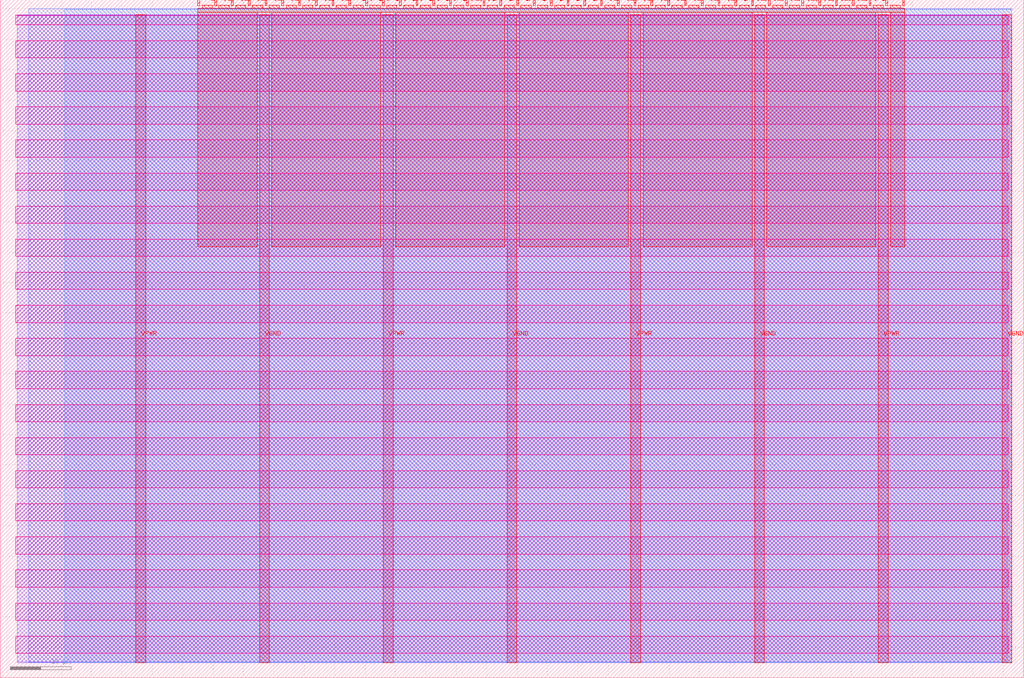
<source format=lef>
VERSION 5.7 ;
  NOWIREEXTENSIONATPIN ON ;
  DIVIDERCHAR "/" ;
  BUSBITCHARS "[]" ;
MACRO tt_um_myuart_dup
  CLASS BLOCK ;
  FOREIGN tt_um_myuart_dup ;
  ORIGIN 0.000 0.000 ;
  SIZE 168.360 BY 111.520 ;
  PIN VGND
    DIRECTION INOUT ;
    USE GROUND ;
    PORT
      LAYER met4 ;
        RECT 42.670 2.480 44.270 109.040 ;
    END
    PORT
      LAYER met4 ;
        RECT 83.380 2.480 84.980 109.040 ;
    END
    PORT
      LAYER met4 ;
        RECT 124.090 2.480 125.690 109.040 ;
    END
    PORT
      LAYER met4 ;
        RECT 164.800 2.480 166.400 109.040 ;
    END
  END VGND
  PIN VPWR
    DIRECTION INOUT ;
    USE POWER ;
    PORT
      LAYER met4 ;
        RECT 22.315 2.480 23.915 109.040 ;
    END
    PORT
      LAYER met4 ;
        RECT 63.025 2.480 64.625 109.040 ;
    END
    PORT
      LAYER met4 ;
        RECT 103.735 2.480 105.335 109.040 ;
    END
    PORT
      LAYER met4 ;
        RECT 144.445 2.480 146.045 109.040 ;
    END
  END VPWR
  PIN clk
    DIRECTION INPUT ;
    USE SIGNAL ;
    ANTENNAGATEAREA 0.852000 ;
    PORT
      LAYER met4 ;
        RECT 145.670 110.520 145.970 111.520 ;
    END
  END clk
  PIN ena
    DIRECTION INPUT ;
    USE SIGNAL ;
    ANTENNAGATEAREA 0.196500 ;
    PORT
      LAYER met4 ;
        RECT 148.430 110.520 148.730 111.520 ;
    END
  END ena
  PIN rst_n
    DIRECTION INPUT ;
    USE SIGNAL ;
    ANTENNAGATEAREA 0.196500 ;
    PORT
      LAYER met4 ;
        RECT 142.910 110.520 143.210 111.520 ;
    END
  END rst_n
  PIN ui_in[0]
    DIRECTION INPUT ;
    USE SIGNAL ;
    PORT
      LAYER met4 ;
        RECT 140.150 110.520 140.450 111.520 ;
    END
  END ui_in[0]
  PIN ui_in[1]
    DIRECTION INPUT ;
    USE SIGNAL ;
    PORT
      LAYER met4 ;
        RECT 137.390 110.520 137.690 111.520 ;
    END
  END ui_in[1]
  PIN ui_in[2]
    DIRECTION INPUT ;
    USE SIGNAL ;
    PORT
      LAYER met4 ;
        RECT 134.630 110.520 134.930 111.520 ;
    END
  END ui_in[2]
  PIN ui_in[3]
    DIRECTION INPUT ;
    USE SIGNAL ;
    PORT
      LAYER met4 ;
        RECT 131.870 110.520 132.170 111.520 ;
    END
  END ui_in[3]
  PIN ui_in[4]
    DIRECTION INPUT ;
    USE SIGNAL ;
    PORT
      LAYER met4 ;
        RECT 129.110 110.520 129.410 111.520 ;
    END
  END ui_in[4]
  PIN ui_in[5]
    DIRECTION INPUT ;
    USE SIGNAL ;
    PORT
      LAYER met4 ;
        RECT 126.350 110.520 126.650 111.520 ;
    END
  END ui_in[5]
  PIN ui_in[6]
    DIRECTION INPUT ;
    USE SIGNAL ;
    PORT
      LAYER met4 ;
        RECT 123.590 110.520 123.890 111.520 ;
    END
  END ui_in[6]
  PIN ui_in[7]
    DIRECTION INPUT ;
    USE SIGNAL ;
    PORT
      LAYER met4 ;
        RECT 120.830 110.520 121.130 111.520 ;
    END
  END ui_in[7]
  PIN uio_in[0]
    DIRECTION INPUT ;
    USE SIGNAL ;
    PORT
      LAYER met4 ;
        RECT 118.070 110.520 118.370 111.520 ;
    END
  END uio_in[0]
  PIN uio_in[1]
    DIRECTION INPUT ;
    USE SIGNAL ;
    PORT
      LAYER met4 ;
        RECT 115.310 110.520 115.610 111.520 ;
    END
  END uio_in[1]
  PIN uio_in[2]
    DIRECTION INPUT ;
    USE SIGNAL ;
    PORT
      LAYER met4 ;
        RECT 112.550 110.520 112.850 111.520 ;
    END
  END uio_in[2]
  PIN uio_in[3]
    DIRECTION INPUT ;
    USE SIGNAL ;
    PORT
      LAYER met4 ;
        RECT 109.790 110.520 110.090 111.520 ;
    END
  END uio_in[3]
  PIN uio_in[4]
    DIRECTION INPUT ;
    USE SIGNAL ;
    PORT
      LAYER met4 ;
        RECT 107.030 110.520 107.330 111.520 ;
    END
  END uio_in[4]
  PIN uio_in[5]
    DIRECTION INPUT ;
    USE SIGNAL ;
    PORT
      LAYER met4 ;
        RECT 104.270 110.520 104.570 111.520 ;
    END
  END uio_in[5]
  PIN uio_in[6]
    DIRECTION INPUT ;
    USE SIGNAL ;
    PORT
      LAYER met4 ;
        RECT 101.510 110.520 101.810 111.520 ;
    END
  END uio_in[6]
  PIN uio_in[7]
    DIRECTION INPUT ;
    USE SIGNAL ;
    PORT
      LAYER met4 ;
        RECT 98.750 110.520 99.050 111.520 ;
    END
  END uio_in[7]
  PIN uio_oe[0]
    DIRECTION OUTPUT TRISTATE ;
    USE SIGNAL ;
    PORT
      LAYER met4 ;
        RECT 51.830 110.520 52.130 111.520 ;
    END
  END uio_oe[0]
  PIN uio_oe[1]
    DIRECTION OUTPUT TRISTATE ;
    USE SIGNAL ;
    PORT
      LAYER met4 ;
        RECT 49.070 110.520 49.370 111.520 ;
    END
  END uio_oe[1]
  PIN uio_oe[2]
    DIRECTION OUTPUT TRISTATE ;
    USE SIGNAL ;
    PORT
      LAYER met4 ;
        RECT 46.310 110.520 46.610 111.520 ;
    END
  END uio_oe[2]
  PIN uio_oe[3]
    DIRECTION OUTPUT TRISTATE ;
    USE SIGNAL ;
    PORT
      LAYER met4 ;
        RECT 43.550 110.520 43.850 111.520 ;
    END
  END uio_oe[3]
  PIN uio_oe[4]
    DIRECTION OUTPUT TRISTATE ;
    USE SIGNAL ;
    PORT
      LAYER met4 ;
        RECT 40.790 110.520 41.090 111.520 ;
    END
  END uio_oe[4]
  PIN uio_oe[5]
    DIRECTION OUTPUT TRISTATE ;
    USE SIGNAL ;
    PORT
      LAYER met4 ;
        RECT 38.030 110.520 38.330 111.520 ;
    END
  END uio_oe[5]
  PIN uio_oe[6]
    DIRECTION OUTPUT TRISTATE ;
    USE SIGNAL ;
    PORT
      LAYER met4 ;
        RECT 35.270 110.520 35.570 111.520 ;
    END
  END uio_oe[6]
  PIN uio_oe[7]
    DIRECTION OUTPUT TRISTATE ;
    USE SIGNAL ;
    PORT
      LAYER met4 ;
        RECT 32.510 110.520 32.810 111.520 ;
    END
  END uio_oe[7]
  PIN uio_out[0]
    DIRECTION OUTPUT TRISTATE ;
    USE SIGNAL ;
    PORT
      LAYER met4 ;
        RECT 73.910 110.520 74.210 111.520 ;
    END
  END uio_out[0]
  PIN uio_out[1]
    DIRECTION OUTPUT TRISTATE ;
    USE SIGNAL ;
    PORT
      LAYER met4 ;
        RECT 71.150 110.520 71.450 111.520 ;
    END
  END uio_out[1]
  PIN uio_out[2]
    DIRECTION OUTPUT TRISTATE ;
    USE SIGNAL ;
    PORT
      LAYER met4 ;
        RECT 68.390 110.520 68.690 111.520 ;
    END
  END uio_out[2]
  PIN uio_out[3]
    DIRECTION OUTPUT TRISTATE ;
    USE SIGNAL ;
    PORT
      LAYER met4 ;
        RECT 65.630 110.520 65.930 111.520 ;
    END
  END uio_out[3]
  PIN uio_out[4]
    DIRECTION OUTPUT TRISTATE ;
    USE SIGNAL ;
    PORT
      LAYER met4 ;
        RECT 62.870 110.520 63.170 111.520 ;
    END
  END uio_out[4]
  PIN uio_out[5]
    DIRECTION OUTPUT TRISTATE ;
    USE SIGNAL ;
    PORT
      LAYER met4 ;
        RECT 60.110 110.520 60.410 111.520 ;
    END
  END uio_out[5]
  PIN uio_out[6]
    DIRECTION OUTPUT TRISTATE ;
    USE SIGNAL ;
    PORT
      LAYER met4 ;
        RECT 57.350 110.520 57.650 111.520 ;
    END
  END uio_out[6]
  PIN uio_out[7]
    DIRECTION OUTPUT TRISTATE ;
    USE SIGNAL ;
    PORT
      LAYER met4 ;
        RECT 54.590 110.520 54.890 111.520 ;
    END
  END uio_out[7]
  PIN uo_out[0]
    DIRECTION OUTPUT TRISTATE ;
    USE SIGNAL ;
    ANTENNADIFFAREA 0.795200 ;
    PORT
      LAYER met4 ;
        RECT 95.990 110.520 96.290 111.520 ;
    END
  END uo_out[0]
  PIN uo_out[1]
    DIRECTION OUTPUT TRISTATE ;
    USE SIGNAL ;
    ANTENNADIFFAREA 0.445500 ;
    PORT
      LAYER met4 ;
        RECT 93.230 110.520 93.530 111.520 ;
    END
  END uo_out[1]
  PIN uo_out[2]
    DIRECTION OUTPUT TRISTATE ;
    USE SIGNAL ;
    ANTENNADIFFAREA 0.445500 ;
    PORT
      LAYER met4 ;
        RECT 90.470 110.520 90.770 111.520 ;
    END
  END uo_out[2]
  PIN uo_out[3]
    DIRECTION OUTPUT TRISTATE ;
    USE SIGNAL ;
    ANTENNADIFFAREA 0.445500 ;
    PORT
      LAYER met4 ;
        RECT 87.710 110.520 88.010 111.520 ;
    END
  END uo_out[3]
  PIN uo_out[4]
    DIRECTION OUTPUT TRISTATE ;
    USE SIGNAL ;
    ANTENNADIFFAREA 0.445500 ;
    PORT
      LAYER met4 ;
        RECT 84.950 110.520 85.250 111.520 ;
    END
  END uo_out[4]
  PIN uo_out[5]
    DIRECTION OUTPUT TRISTATE ;
    USE SIGNAL ;
    ANTENNADIFFAREA 0.445500 ;
    PORT
      LAYER met4 ;
        RECT 82.190 110.520 82.490 111.520 ;
    END
  END uo_out[5]
  PIN uo_out[6]
    DIRECTION OUTPUT TRISTATE ;
    USE SIGNAL ;
    ANTENNADIFFAREA 0.445500 ;
    PORT
      LAYER met4 ;
        RECT 79.430 110.520 79.730 111.520 ;
    END
  END uo_out[6]
  PIN uo_out[7]
    DIRECTION OUTPUT TRISTATE ;
    USE SIGNAL ;
    ANTENNADIFFAREA 0.445500 ;
    PORT
      LAYER met4 ;
        RECT 76.670 110.520 76.970 111.520 ;
    END
  END uo_out[7]
  OBS
      LAYER nwell ;
        RECT 2.570 107.385 165.790 108.990 ;
        RECT 2.570 101.945 165.790 104.775 ;
        RECT 2.570 96.505 165.790 99.335 ;
        RECT 2.570 91.065 165.790 93.895 ;
        RECT 2.570 85.625 165.790 88.455 ;
        RECT 2.570 80.185 165.790 83.015 ;
        RECT 2.570 74.745 165.790 77.575 ;
        RECT 2.570 69.305 165.790 72.135 ;
        RECT 2.570 63.865 165.790 66.695 ;
        RECT 2.570 58.425 165.790 61.255 ;
        RECT 2.570 52.985 165.790 55.815 ;
        RECT 2.570 47.545 165.790 50.375 ;
        RECT 2.570 42.105 165.790 44.935 ;
        RECT 2.570 36.665 165.790 39.495 ;
        RECT 2.570 31.225 165.790 34.055 ;
        RECT 2.570 25.785 165.790 28.615 ;
        RECT 2.570 20.345 165.790 23.175 ;
        RECT 2.570 14.905 165.790 17.735 ;
        RECT 2.570 9.465 165.790 12.295 ;
        RECT 2.570 4.025 165.790 6.855 ;
      LAYER li1 ;
        RECT 2.760 2.635 165.600 108.885 ;
      LAYER met1 ;
        RECT 2.760 2.480 166.400 109.040 ;
      LAYER met2 ;
        RECT 4.700 2.535 166.370 110.005 ;
      LAYER met3 ;
        RECT 10.645 2.555 166.390 109.985 ;
      LAYER met4 ;
        RECT 33.210 110.120 34.870 110.650 ;
        RECT 35.970 110.120 37.630 110.650 ;
        RECT 38.730 110.120 40.390 110.650 ;
        RECT 41.490 110.120 43.150 110.650 ;
        RECT 44.250 110.120 45.910 110.650 ;
        RECT 47.010 110.120 48.670 110.650 ;
        RECT 49.770 110.120 51.430 110.650 ;
        RECT 52.530 110.120 54.190 110.650 ;
        RECT 55.290 110.120 56.950 110.650 ;
        RECT 58.050 110.120 59.710 110.650 ;
        RECT 60.810 110.120 62.470 110.650 ;
        RECT 63.570 110.120 65.230 110.650 ;
        RECT 66.330 110.120 67.990 110.650 ;
        RECT 69.090 110.120 70.750 110.650 ;
        RECT 71.850 110.120 73.510 110.650 ;
        RECT 74.610 110.120 76.270 110.650 ;
        RECT 77.370 110.120 79.030 110.650 ;
        RECT 80.130 110.120 81.790 110.650 ;
        RECT 82.890 110.120 84.550 110.650 ;
        RECT 85.650 110.120 87.310 110.650 ;
        RECT 88.410 110.120 90.070 110.650 ;
        RECT 91.170 110.120 92.830 110.650 ;
        RECT 93.930 110.120 95.590 110.650 ;
        RECT 96.690 110.120 98.350 110.650 ;
        RECT 99.450 110.120 101.110 110.650 ;
        RECT 102.210 110.120 103.870 110.650 ;
        RECT 104.970 110.120 106.630 110.650 ;
        RECT 107.730 110.120 109.390 110.650 ;
        RECT 110.490 110.120 112.150 110.650 ;
        RECT 113.250 110.120 114.910 110.650 ;
        RECT 116.010 110.120 117.670 110.650 ;
        RECT 118.770 110.120 120.430 110.650 ;
        RECT 121.530 110.120 123.190 110.650 ;
        RECT 124.290 110.120 125.950 110.650 ;
        RECT 127.050 110.120 128.710 110.650 ;
        RECT 129.810 110.120 131.470 110.650 ;
        RECT 132.570 110.120 134.230 110.650 ;
        RECT 135.330 110.120 136.990 110.650 ;
        RECT 138.090 110.120 139.750 110.650 ;
        RECT 140.850 110.120 142.510 110.650 ;
        RECT 143.610 110.120 145.270 110.650 ;
        RECT 146.370 110.120 148.030 110.650 ;
        RECT 32.495 109.440 148.745 110.120 ;
        RECT 32.495 70.895 42.270 109.440 ;
        RECT 44.670 70.895 62.625 109.440 ;
        RECT 65.025 70.895 82.980 109.440 ;
        RECT 85.380 70.895 103.335 109.440 ;
        RECT 105.735 70.895 123.690 109.440 ;
        RECT 126.090 70.895 144.045 109.440 ;
        RECT 146.445 70.895 148.745 109.440 ;
  END
END tt_um_myuart_dup
END LIBRARY


</source>
